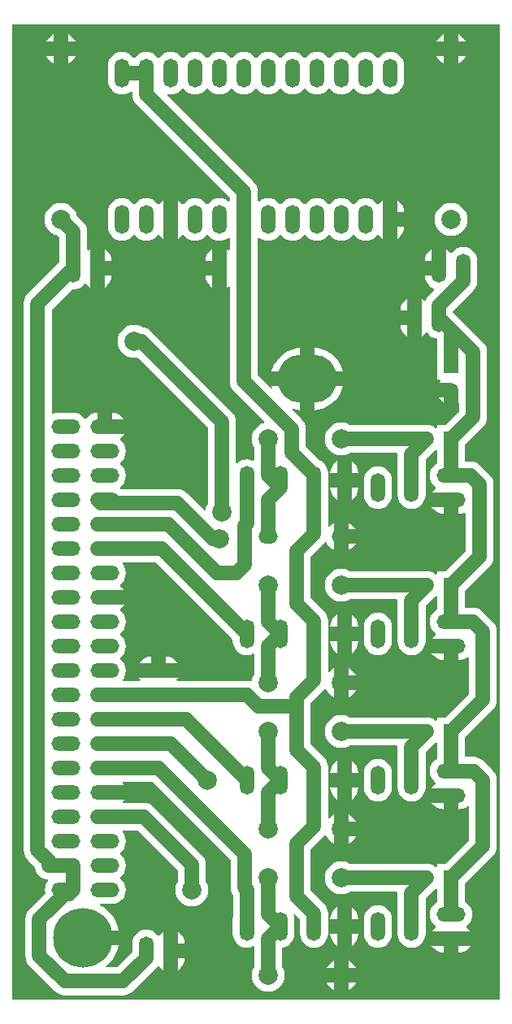
<source format=gbl>
G04*
G04 #@! TF.GenerationSoftware,Altium Limited,Altium Designer,18.1.9 (240)*
G04*
G04 Layer_Physical_Order=2*
G04 Layer_Color=16711680*
%FSLAX25Y25*%
%MOIN*%
G70*
G01*
G75*
%ADD24C,0.05906*%
%ADD25O,0.05906X0.11811*%
%ADD26C,0.05906*%
%ADD27R,0.05906X0.05906*%
%ADD28R,0.05906X0.05906*%
%ADD29O,0.11811X0.05906*%
%ADD30C,0.07874*%
%ADD31O,0.07874X0.05906*%
%ADD32O,0.24409X0.20000*%
%ADD33C,0.24410*%
%ADD34O,0.11811X0.05906*%
G36*
X100000Y100000D02*
X300000D01*
Y500000D01*
X100000D01*
Y100000D01*
D02*
G37*
%LPC*%
G36*
X117047Y496011D02*
Y492953D01*
X113989D01*
X114408Y493736D01*
X115244Y494756D01*
X116264Y495592D01*
X117047Y496011D01*
D02*
G37*
G36*
X277047D02*
Y492953D01*
X273989D01*
X274408Y493736D01*
X275244Y494756D01*
X276264Y495592D01*
X277047Y496011D01*
D02*
G37*
G36*
X122953D02*
X123736Y495592D01*
X124756Y494756D01*
X125592Y493736D01*
X126011Y492953D01*
X122953D01*
Y496011D01*
D02*
G37*
G36*
X282953D02*
X283736Y495592D01*
X284755Y494756D01*
X285592Y493736D01*
X286011Y492953D01*
X282953D01*
Y496011D01*
D02*
G37*
G36*
X145000Y488711D02*
X146490Y488515D01*
X147879Y487939D01*
X149072Y487024D01*
X149685Y486225D01*
X150315D01*
X150928Y487024D01*
X152121Y487939D01*
X153510Y488515D01*
X155000Y488711D01*
X156490Y488515D01*
X157879Y487939D01*
X159072Y487024D01*
X159685Y486225D01*
X160315D01*
X160928Y487024D01*
X162121Y487939D01*
X163510Y488515D01*
X165000Y488711D01*
X166490Y488515D01*
X167879Y487939D01*
X169071Y487024D01*
X169685Y486225D01*
X170315D01*
X170929Y487024D01*
X172121Y487939D01*
X173510Y488515D01*
X175000Y488711D01*
X176490Y488515D01*
X177879Y487939D01*
X179071Y487024D01*
X179685Y486225D01*
X180315D01*
X180929Y487024D01*
X182121Y487939D01*
X183510Y488515D01*
X185000Y488711D01*
X186490Y488515D01*
X187879Y487939D01*
X189072Y487024D01*
X189685Y486225D01*
X190315D01*
X190928Y487024D01*
X192121Y487939D01*
X193510Y488515D01*
X195000Y488711D01*
X196490Y488515D01*
X197879Y487939D01*
X199072Y487024D01*
X199685Y486225D01*
X200315D01*
X200928Y487024D01*
X202121Y487939D01*
X203510Y488515D01*
X205000Y488711D01*
X206490Y488515D01*
X207879Y487939D01*
X209071Y487024D01*
X209685Y486225D01*
X210315D01*
X210929Y487024D01*
X212121Y487939D01*
X213510Y488515D01*
X215000Y488711D01*
X216490Y488515D01*
X217879Y487939D01*
X219072Y487024D01*
X219685Y486225D01*
X220315D01*
X220929Y487024D01*
X222121Y487939D01*
X223510Y488515D01*
X225000Y488711D01*
X226490Y488515D01*
X227879Y487939D01*
X229071Y487024D01*
X229685Y486225D01*
X230315D01*
X230928Y487024D01*
X232121Y487939D01*
X233510Y488515D01*
X235000Y488711D01*
X236490Y488515D01*
X237879Y487939D01*
X239071Y487024D01*
X239685Y486225D01*
X240315D01*
X240929Y487024D01*
X242121Y487939D01*
X243510Y488515D01*
X245000Y488711D01*
X246490Y488515D01*
X247879Y487939D01*
X249072Y487024D01*
X249685Y486225D01*
X250315D01*
X250928Y487024D01*
X252121Y487939D01*
X253510Y488515D01*
X255000Y488711D01*
X256490Y488515D01*
X257879Y487939D01*
X259071Y487024D01*
X259986Y485832D01*
X260562Y484443D01*
X260758Y482953D01*
Y477047D01*
X260562Y475557D01*
X259986Y474168D01*
X259071Y472976D01*
X257879Y472061D01*
X256490Y471486D01*
X255000Y471289D01*
X253510Y471486D01*
X252121Y472061D01*
X250928Y472976D01*
X250315Y473775D01*
X249685D01*
X249072Y472976D01*
X247879Y472061D01*
X246490Y471486D01*
X245000Y471289D01*
X243510Y471486D01*
X242121Y472061D01*
X240929Y472976D01*
X240315Y473775D01*
X239685D01*
X239071Y472976D01*
X237879Y472061D01*
X236490Y471486D01*
X235000Y471289D01*
X233510Y471486D01*
X232121Y472061D01*
X230928Y472976D01*
X230315Y473775D01*
X229685D01*
X229071Y472976D01*
X227879Y472061D01*
X226490Y471486D01*
X225000Y471289D01*
X223510Y471486D01*
X222121Y472061D01*
X220929Y472976D01*
X220315Y473775D01*
X219685D01*
X219072Y472976D01*
X217879Y472061D01*
X216490Y471486D01*
X215000Y471289D01*
X213510Y471486D01*
X212121Y472061D01*
X210929Y472976D01*
X210315Y473775D01*
X209685D01*
X209071Y472976D01*
X207879Y472061D01*
X206490Y471486D01*
X205000Y471289D01*
X203510Y471486D01*
X202121Y472061D01*
X200928Y472976D01*
X200315Y473775D01*
X199685D01*
X199072Y472976D01*
X197879Y472061D01*
X196490Y471486D01*
X195000Y471289D01*
X193510Y471486D01*
X192121Y472061D01*
X190928Y472976D01*
X190315Y473775D01*
X189685D01*
X189072Y472976D01*
X187879Y472061D01*
X186490Y471486D01*
X185000Y471289D01*
X183510Y471486D01*
X182121Y472061D01*
X180929Y472976D01*
X180315Y473775D01*
X179685D01*
X179071Y472976D01*
X177879Y472061D01*
X176490Y471486D01*
X175000Y471289D01*
X173510Y471486D01*
X172121Y472061D01*
X170929Y472976D01*
X170315Y473775D01*
X169685D01*
X169071Y472976D01*
X167879Y472061D01*
X166490Y471486D01*
X165000Y471289D01*
X163732Y471456D01*
X163499Y470983D01*
X199072Y435410D01*
X199987Y434218D01*
X200562Y432829D01*
X200758Y431339D01*
Y427524D01*
X201258Y427277D01*
X202121Y427939D01*
X203510Y428514D01*
X205000Y428711D01*
X206490Y428514D01*
X207879Y427939D01*
X209071Y427024D01*
X209685Y426225D01*
X210315D01*
X210929Y427024D01*
X212121Y427939D01*
X213510Y428514D01*
X215000Y428711D01*
X216490Y428514D01*
X217879Y427939D01*
X219072Y427024D01*
X219685Y426225D01*
X220315D01*
X220929Y427024D01*
X222121Y427939D01*
X223510Y428514D01*
X225000Y428711D01*
X226490Y428514D01*
X227879Y427939D01*
X229071Y427024D01*
X229685Y426225D01*
X230315D01*
X230928Y427024D01*
X232121Y427939D01*
X233510Y428514D01*
X235000Y428711D01*
X236490Y428514D01*
X237879Y427939D01*
X239071Y427024D01*
X239685Y426225D01*
X240315D01*
X240929Y427024D01*
X242121Y427939D01*
X243510Y428514D01*
X245000Y428711D01*
X246490Y428514D01*
X247879Y427939D01*
X249072Y427024D01*
X249685Y426225D01*
X250315D01*
X250928Y427024D01*
X252047Y427883D01*
Y420000D01*
Y412117D01*
X250928Y412976D01*
X250315Y413775D01*
X249685D01*
X249072Y412976D01*
X247879Y412061D01*
X246490Y411485D01*
X245000Y411289D01*
X243510Y411485D01*
X242121Y412061D01*
X240929Y412976D01*
X240315Y413775D01*
X239685D01*
X239071Y412976D01*
X237879Y412061D01*
X236490Y411485D01*
X235000Y411289D01*
X233510Y411485D01*
X232121Y412061D01*
X230928Y412976D01*
X230315Y413775D01*
X229685D01*
X229071Y412976D01*
X227879Y412061D01*
X226490Y411485D01*
X225000Y411289D01*
X223510Y411485D01*
X222121Y412061D01*
X220929Y412976D01*
X220315Y413775D01*
X219685D01*
X219072Y412976D01*
X217879Y412061D01*
X216490Y411485D01*
X215000Y411289D01*
X213510Y411485D01*
X212121Y412061D01*
X210929Y412976D01*
X210315Y413775D01*
X209685D01*
X209071Y412976D01*
X207879Y412061D01*
X206490Y411485D01*
X205000Y411289D01*
X203510Y411485D01*
X202121Y412061D01*
X201258Y412723D01*
X200758Y412476D01*
Y402953D01*
Y400000D01*
Y397047D01*
Y356026D01*
X206228Y350556D01*
X206681Y350810D01*
X206488Y351614D01*
X218150D01*
Y341830D01*
X216896Y341929D01*
X215141Y342351D01*
X214887Y341897D01*
X218717Y338067D01*
X219632Y336874D01*
X220207Y335486D01*
X220404Y333995D01*
Y326849D01*
X226150Y321103D01*
X226659Y320892D01*
X227851Y319977D01*
X228766Y318784D01*
X229341Y317396D01*
X229537Y315905D01*
Y310000D01*
Y294291D01*
X230037Y294143D01*
X231137Y294987D01*
X232047Y295364D01*
Y290000D01*
Y284636D01*
X231137Y285014D01*
X229944Y285929D01*
X229029Y287121D01*
X228852Y287550D01*
X228356Y287615D01*
X227851Y286957D01*
X222451Y281557D01*
Y264802D01*
X227851Y259402D01*
X228766Y258209D01*
X229341Y256821D01*
X229537Y255330D01*
Y252953D01*
Y250000D01*
Y247047D01*
Y234636D01*
X230008Y234468D01*
X230244Y234755D01*
X231264Y235592D01*
X232047Y236011D01*
Y230000D01*
Y223989D01*
X231264Y224408D01*
X230244Y225244D01*
X229408Y226264D01*
X228809Y227384D01*
X228489Y227494D01*
X228291Y227530D01*
X227851Y226957D01*
X222451Y221557D01*
Y220000D01*
Y204802D01*
X227851Y199402D01*
X228766Y198209D01*
X229341Y196821D01*
X229537Y195330D01*
Y192953D01*
Y190000D01*
Y187047D01*
Y174636D01*
X230008Y174468D01*
X230244Y174756D01*
X231264Y175592D01*
X232047Y176011D01*
Y170000D01*
Y163989D01*
X231264Y164408D01*
X230244Y165244D01*
X229408Y166264D01*
X228809Y167384D01*
X228489Y167494D01*
X228291Y167530D01*
X227851Y166957D01*
X222451Y161557D01*
Y144802D01*
X227851Y139402D01*
X228766Y138209D01*
X229341Y136821D01*
X229537Y135330D01*
Y132953D01*
Y130000D01*
Y127047D01*
X229341Y125557D01*
X228766Y124168D01*
X227851Y122976D01*
X226659Y122061D01*
X225270Y121485D01*
X223780Y121289D01*
X222289Y121485D01*
X220901Y122061D01*
X219708Y122976D01*
X218793Y124168D01*
X218218Y125557D01*
X218022Y127047D01*
Y132945D01*
X215805Y135162D01*
X215381Y134879D01*
X215562Y134443D01*
X215758Y132953D01*
Y127047D01*
X215562Y125557D01*
X214986Y124168D01*
X214071Y122976D01*
X212879Y122061D01*
X211490Y121485D01*
X210758Y121389D01*
Y113426D01*
X211213Y112574D01*
X211596Y111312D01*
X211725Y110000D01*
X211596Y108688D01*
X211213Y107426D01*
X210592Y106264D01*
X209755Y105245D01*
X208736Y104408D01*
X207574Y103787D01*
X206312Y103404D01*
X205000Y103275D01*
X203688Y103404D01*
X202426Y103787D01*
X201264Y104408D01*
X200244Y105245D01*
X199408Y106264D01*
X198787Y107426D01*
X198404Y108688D01*
X198275Y110000D01*
X198404Y111312D01*
X198787Y112574D01*
X199242Y113426D01*
Y121579D01*
X198742Y121913D01*
X197711Y121485D01*
X196221Y121289D01*
X194730Y121485D01*
X193342Y122061D01*
X192149Y122976D01*
X191234Y124168D01*
X190659Y125557D01*
X190463Y127047D01*
Y132953D01*
X190581Y133850D01*
Y142848D01*
X190368Y143126D01*
X189793Y144514D01*
X189596Y146005D01*
Y157261D01*
X157615Y189242D01*
X145476D01*
X145230Y188742D01*
X145835Y187953D01*
X137953D01*
Y182047D01*
X145835D01*
X145230Y181258D01*
X145476Y180758D01*
X153995D01*
X155486Y180562D01*
X156874Y179987D01*
X158067Y179071D01*
X177733Y159405D01*
X178648Y158213D01*
X179223Y156824D01*
X179419Y155334D01*
Y148426D01*
X179875Y147574D01*
X180257Y146312D01*
X180387Y145000D01*
X180257Y143688D01*
X179875Y142426D01*
X179253Y141264D01*
X178417Y140244D01*
X177398Y139408D01*
X176235Y138787D01*
X174973Y138404D01*
X173661Y138275D01*
X172349Y138404D01*
X171088Y138787D01*
X169925Y139408D01*
X168906Y140244D01*
X168070Y141264D01*
X167448Y142426D01*
X167065Y143688D01*
X166936Y145000D01*
X167065Y146312D01*
X167448Y147574D01*
X167903Y148426D01*
Y152949D01*
X151610Y169242D01*
X145476D01*
X145230Y168742D01*
X145892Y167879D01*
X146467Y166490D01*
X146663Y165000D01*
X146467Y163510D01*
X145892Y162121D01*
X144977Y160928D01*
X144178Y160315D01*
Y159685D01*
X144977Y159072D01*
X145892Y157879D01*
X146467Y156490D01*
X146663Y155000D01*
X146467Y153510D01*
X145892Y152121D01*
X144977Y150928D01*
X144178Y150315D01*
Y149685D01*
X144977Y149072D01*
X145892Y147879D01*
X146467Y146490D01*
X146663Y145000D01*
X146467Y143510D01*
X145892Y142121D01*
X144977Y140928D01*
X143784Y140014D01*
X142396Y139438D01*
X140905Y139242D01*
X136084D01*
X136042Y139158D01*
X135970Y138742D01*
X137876Y137574D01*
X139667Y136045D01*
X141196Y134254D01*
X142426Y132246D01*
X143327Y130070D01*
X143732Y128386D01*
X129055D01*
Y122480D01*
X143732D01*
X143327Y120796D01*
X142426Y118620D01*
X141196Y116612D01*
X139667Y114822D01*
X138444Y113778D01*
X138629Y113278D01*
X143074D01*
X149242Y119446D01*
Y122953D01*
X149438Y124443D01*
X150013Y125832D01*
X150928Y127024D01*
X152121Y127939D01*
X153510Y128515D01*
X155000Y128711D01*
X156490Y128515D01*
X157879Y127939D01*
X159072Y127024D01*
X159685Y126225D01*
X160315D01*
X160928Y127024D01*
X162047Y127883D01*
Y120000D01*
Y112117D01*
X160928Y112976D01*
X160315Y113775D01*
X159685D01*
X159072Y112976D01*
X159013Y112931D01*
X149530Y103448D01*
X148338Y102533D01*
X146949Y101958D01*
X145459Y101762D01*
X121635D01*
X120145Y101958D01*
X118756Y102533D01*
X117564Y103448D01*
X107070Y113942D01*
X106155Y115134D01*
X105580Y116523D01*
X105384Y118013D01*
Y132853D01*
X105580Y134343D01*
X106155Y135732D01*
X107070Y136925D01*
X113569Y143423D01*
X113533Y143510D01*
X113337Y145000D01*
X113533Y146490D01*
X114108Y147879D01*
X114788Y148766D01*
X114567Y149299D01*
X113510Y149438D01*
X112121Y150013D01*
X110928Y150928D01*
X110013Y152121D01*
X109438Y153510D01*
X109324Y154379D01*
X106362Y157341D01*
X105447Y158533D01*
X104871Y159922D01*
X104675Y161412D01*
Y385433D01*
X104871Y386923D01*
X105447Y388312D01*
X106362Y389505D01*
X119242Y402385D01*
Y412615D01*
X118351Y413506D01*
X117426Y413787D01*
X116264Y414408D01*
X115244Y415244D01*
X114408Y416264D01*
X113787Y417426D01*
X113404Y418688D01*
X113275Y420000D01*
X113404Y421312D01*
X113787Y422574D01*
X114408Y423736D01*
X115244Y424755D01*
X116264Y425592D01*
X117426Y426213D01*
X118688Y426596D01*
X120000Y426725D01*
X121312Y426596D01*
X122574Y426213D01*
X123736Y425592D01*
X124756Y424755D01*
X125592Y423736D01*
X126213Y422574D01*
X126494Y421649D01*
X129071Y419071D01*
X129987Y417879D01*
X130562Y416490D01*
X130758Y415000D01*
Y407523D01*
X131258Y407277D01*
X132047Y407883D01*
Y400000D01*
Y392117D01*
X130929Y392976D01*
X130315Y393775D01*
X129685D01*
X129071Y392976D01*
X127879Y392061D01*
X126490Y391486D01*
X125000Y391289D01*
X124498Y391355D01*
X116191Y383048D01*
Y340517D01*
X116691Y340183D01*
X117604Y340562D01*
X119095Y340758D01*
X125000D01*
X126490Y340562D01*
X127879Y339986D01*
X129071Y339071D01*
X129685Y338272D01*
X130315D01*
X130929Y339071D01*
X132121Y339986D01*
X133510Y340562D01*
X135000Y340758D01*
X135000D01*
Y335000D01*
X137953D01*
Y332047D01*
X145835D01*
X144977Y330928D01*
X144178Y330315D01*
Y329685D01*
X144977Y329071D01*
X145892Y327879D01*
X146467Y326490D01*
X146663Y325000D01*
X146467Y323510D01*
X145892Y322121D01*
X144977Y320929D01*
X144178Y320315D01*
Y319685D01*
X144977Y319072D01*
X145892Y317879D01*
X146467Y316490D01*
X146663Y315000D01*
X146467Y313510D01*
X145892Y312121D01*
X144977Y310929D01*
X144178Y310315D01*
Y309776D01*
X144568Y309419D01*
X167588D01*
X169078Y309223D01*
X170467Y308648D01*
X171659Y307733D01*
X178872Y300520D01*
X179342Y300689D01*
X179404Y301312D01*
X179787Y302574D01*
X180242Y303426D01*
Y334615D01*
X151420Y363437D01*
X151312Y363404D01*
X150000Y363275D01*
X148688Y363404D01*
X147426Y363787D01*
X146264Y364408D01*
X145245Y365245D01*
X144408Y366264D01*
X143787Y367426D01*
X143404Y368688D01*
X143275Y370000D01*
X143404Y371312D01*
X143787Y372574D01*
X144408Y373736D01*
X145245Y374756D01*
X146264Y375592D01*
X147426Y376213D01*
X148688Y376596D01*
X150000Y376725D01*
X151312Y376596D01*
X152574Y376213D01*
X153565Y375684D01*
X154490Y375562D01*
X155879Y374987D01*
X157071Y374072D01*
X190071Y341072D01*
X190987Y339879D01*
X191562Y338490D01*
X191758Y337000D01*
Y320223D01*
X192258Y320061D01*
X193342Y320892D01*
X194730Y321467D01*
X196221Y321663D01*
X197711Y321467D01*
X198742Y321040D01*
X199242Y321374D01*
Y326574D01*
X198787Y327426D01*
X198404Y328688D01*
X198275Y330000D01*
X198404Y331312D01*
X198787Y332574D01*
X199408Y333736D01*
X200244Y334755D01*
X201264Y335592D01*
X202426Y336213D01*
X203310Y336481D01*
X203451Y337047D01*
X190928Y349570D01*
X190014Y350762D01*
X189438Y352151D01*
X189242Y353641D01*
Y392477D01*
X188742Y392723D01*
X187953Y392117D01*
Y400000D01*
Y407883D01*
X188742Y407277D01*
X189242Y407523D01*
Y412476D01*
X188742Y412723D01*
X187879Y412061D01*
X186490Y411485D01*
X185000Y411289D01*
X183510Y411485D01*
X182121Y412061D01*
X180929Y412976D01*
X180315Y413775D01*
X179685D01*
X179071Y412976D01*
X177879Y412061D01*
X176490Y411485D01*
X175000Y411289D01*
X173510Y411485D01*
X172121Y412061D01*
X170929Y412976D01*
X170315Y413775D01*
X169685D01*
X169071Y412976D01*
X167953Y412117D01*
Y420000D01*
Y427883D01*
X169071Y427024D01*
X169685Y426225D01*
X170315D01*
X170929Y427024D01*
X172121Y427939D01*
X173510Y428514D01*
X175000Y428711D01*
X176490Y428514D01*
X177879Y427939D01*
X179071Y427024D01*
X179685Y426225D01*
X180315D01*
X180929Y427024D01*
X182121Y427939D01*
X183510Y428514D01*
X185000Y428711D01*
X186490Y428514D01*
X187879Y427939D01*
X188742Y427277D01*
X189242Y427524D01*
Y428954D01*
X150928Y467267D01*
X150013Y468460D01*
X149438Y469848D01*
X149242Y471339D01*
Y472476D01*
X148742Y472723D01*
X147879Y472061D01*
X146490Y471486D01*
X145000Y471289D01*
X143510Y471486D01*
X142121Y472061D01*
X140928Y472976D01*
X140014Y474168D01*
X139438Y475557D01*
X139242Y477047D01*
Y482953D01*
X139438Y484443D01*
X140014Y485832D01*
X140928Y487024D01*
X142121Y487939D01*
X143510Y488515D01*
X145000Y488711D01*
D02*
G37*
G36*
X113989Y487047D02*
X117047D01*
Y483989D01*
X116264Y484408D01*
X115244Y485245D01*
X114408Y486264D01*
X113989Y487047D01*
D02*
G37*
G36*
X273989D02*
X277047D01*
Y483989D01*
X276264Y484408D01*
X275244Y485245D01*
X274408Y486264D01*
X273989Y487047D01*
D02*
G37*
G36*
X122953D02*
X126011D01*
X125592Y486264D01*
X124756Y485245D01*
X123736Y484408D01*
X122953Y483989D01*
Y487047D01*
D02*
G37*
G36*
X282953D02*
X286011D01*
X285592Y486264D01*
X284755Y485245D01*
X283736Y484408D01*
X282953Y483989D01*
Y487047D01*
D02*
G37*
G36*
X145000Y428711D02*
X146490Y428514D01*
X147879Y427939D01*
X149072Y427024D01*
X149685Y426225D01*
X150315D01*
X150928Y427024D01*
X152121Y427939D01*
X153510Y428514D01*
X155000Y428711D01*
X156490Y428514D01*
X157879Y427939D01*
X159072Y427024D01*
X159685Y426225D01*
X160315D01*
X160928Y427024D01*
X162047Y427883D01*
Y420000D01*
Y412117D01*
X160928Y412976D01*
X160315Y413775D01*
X159685D01*
X159072Y412976D01*
X157879Y412061D01*
X156490Y411485D01*
X155000Y411289D01*
X153510Y411485D01*
X152121Y412061D01*
X150928Y412976D01*
X150315Y413775D01*
X149685D01*
X149072Y412976D01*
X147879Y412061D01*
X146490Y411485D01*
X145000Y411289D01*
X143510Y411485D01*
X142121Y412061D01*
X140928Y412976D01*
X140014Y414168D01*
X139438Y415557D01*
X139242Y417047D01*
Y422953D01*
X139438Y424443D01*
X140014Y425832D01*
X140928Y427024D01*
X142121Y427939D01*
X143510Y428514D01*
X145000Y428711D01*
D02*
G37*
G36*
X257953Y427883D02*
X259071Y427024D01*
X259986Y425832D01*
X260562Y424443D01*
X260758Y422953D01*
Y422953D01*
X257953D01*
Y427883D01*
D02*
G37*
G36*
X280000Y426725D02*
X281312Y426596D01*
X282574Y426213D01*
X283736Y425592D01*
X284755Y424755D01*
X285592Y423736D01*
X286213Y422574D01*
X286596Y421312D01*
X286725Y420000D01*
X286596Y418688D01*
X286213Y417426D01*
X285592Y416264D01*
X284755Y415244D01*
X283736Y414408D01*
X282574Y413787D01*
X281312Y413404D01*
X280000Y413275D01*
X278688Y413404D01*
X277426Y413787D01*
X276264Y414408D01*
X275244Y415244D01*
X274408Y416264D01*
X273787Y417426D01*
X273404Y418688D01*
X273275Y420000D01*
X273404Y421312D01*
X273787Y422574D01*
X274408Y423736D01*
X275244Y424755D01*
X276264Y425592D01*
X277426Y426213D01*
X278688Y426596D01*
X280000Y426725D01*
D02*
G37*
G36*
X257953Y417047D02*
X260758D01*
Y417047D01*
X260562Y415557D01*
X259986Y414168D01*
X259071Y412976D01*
X257953Y412117D01*
Y417047D01*
D02*
G37*
G36*
X182047Y407883D02*
Y402953D01*
X179242D01*
Y402953D01*
X179438Y404443D01*
X180014Y405832D01*
X180929Y407024D01*
X182047Y407883D01*
D02*
G37*
G36*
X272047D02*
Y402953D01*
X269242D01*
Y402953D01*
X269438Y404443D01*
X270013Y405832D01*
X270929Y407024D01*
X272047Y407883D01*
D02*
G37*
G36*
X137953D02*
X139072Y407024D01*
X139987Y405832D01*
X140562Y404443D01*
X140758Y402953D01*
Y402953D01*
X137953D01*
Y407883D01*
D02*
G37*
G36*
X179242Y397047D02*
X182047D01*
Y392117D01*
X180929Y392976D01*
X180014Y394168D01*
X179438Y395557D01*
X179242Y397047D01*
Y397047D01*
D02*
G37*
G36*
X137953D02*
X140758D01*
Y397047D01*
X140562Y395557D01*
X139987Y394168D01*
X139072Y392976D01*
X137953Y392117D01*
Y397047D01*
D02*
G37*
G36*
X262047Y387607D02*
Y382677D01*
X259242D01*
Y382677D01*
X259438Y384167D01*
X260014Y385556D01*
X260929Y386749D01*
X262047Y387607D01*
D02*
G37*
G36*
X259242Y376772D02*
X262047D01*
Y371842D01*
X260929Y372700D01*
X260014Y373893D01*
X259438Y375281D01*
X259242Y376772D01*
D02*
G37*
G36*
X285000Y408711D02*
X286490Y408514D01*
X287879Y407939D01*
X289071Y407024D01*
X289986Y405832D01*
X290562Y404443D01*
X290758Y402953D01*
Y400000D01*
Y397047D01*
Y394798D01*
X290562Y393308D01*
X289986Y391919D01*
X289071Y390727D01*
X280758Y382413D01*
Y382109D01*
X284071Y378796D01*
X284071Y378796D01*
X293072Y369796D01*
X293987Y368603D01*
X294562Y367215D01*
X294758Y365724D01*
Y339000D01*
X294562Y337510D01*
X293987Y336121D01*
X293072Y334928D01*
X285758Y327615D01*
Y320758D01*
X288000D01*
X289490Y320562D01*
X290879Y319987D01*
X292072Y319072D01*
X295686Y315457D01*
X296601Y314265D01*
X297176Y312876D01*
X297372Y311386D01*
Y281614D01*
X297176Y280124D01*
X296601Y278735D01*
X295686Y277543D01*
X285758Y267615D01*
Y260758D01*
X289000D01*
X290490Y260562D01*
X291879Y259986D01*
X293072Y259071D01*
X297072Y255071D01*
X297987Y253879D01*
X298562Y252490D01*
X298758Y251000D01*
Y223000D01*
X298562Y221510D01*
X297987Y220121D01*
X297072Y218929D01*
X285758Y207615D01*
Y199537D01*
X289220D01*
X290711Y199341D01*
X292099Y198766D01*
X293292Y197851D01*
X297072Y194071D01*
X297987Y192879D01*
X298562Y191490D01*
X298758Y190000D01*
Y163000D01*
X298562Y161510D01*
X297987Y160121D01*
X297072Y158929D01*
X285758Y147615D01*
Y140017D01*
X285832Y139987D01*
X287024Y139072D01*
X287939Y137879D01*
X288514Y136490D01*
X288711Y135000D01*
X288514Y133510D01*
X287939Y132121D01*
X287024Y130929D01*
X286225Y130315D01*
Y129685D01*
X287024Y129071D01*
X287883Y127953D01*
X280000D01*
X272117D01*
X272976Y129071D01*
X273775Y129685D01*
Y130315D01*
X272976Y130929D01*
X272061Y132121D01*
X271485Y133510D01*
X271289Y135000D01*
X271485Y136490D01*
X272061Y137879D01*
X272976Y139072D01*
X274168Y139987D01*
X274242Y140017D01*
Y145392D01*
X273742Y145599D01*
X269537Y141394D01*
Y132953D01*
Y130000D01*
Y127047D01*
X269341Y125557D01*
X268766Y124168D01*
X267851Y122976D01*
X266658Y122061D01*
X265270Y121485D01*
X263779Y121289D01*
X262289Y121485D01*
X260901Y122061D01*
X259708Y122976D01*
X258793Y124168D01*
X258218Y125557D01*
X258022Y127047D01*
Y132953D01*
Y143780D01*
X258033Y143866D01*
X257703Y144242D01*
X238426D01*
X237574Y143787D01*
X236312Y143404D01*
X235000Y143275D01*
X233688Y143404D01*
X232426Y143787D01*
X231264Y144408D01*
X230244Y145245D01*
X229408Y146264D01*
X228787Y147426D01*
X228404Y148688D01*
X228275Y150000D01*
X228404Y151312D01*
X228787Y152574D01*
X229408Y153736D01*
X230244Y154755D01*
X231264Y155592D01*
X232426Y156213D01*
X233688Y156596D01*
X235000Y156725D01*
X236312Y156596D01*
X237574Y156213D01*
X238426Y155758D01*
X270000D01*
X271490Y155562D01*
X272879Y154987D01*
X273791Y154286D01*
X274291Y154533D01*
Y155709D01*
X277566D01*
X287242Y165385D01*
Y179245D01*
X286742Y179492D01*
X285832Y178793D01*
X284443Y178218D01*
X282953Y178022D01*
D01*
Y183780D01*
X280000D01*
Y186732D01*
X272117D01*
X272976Y187851D01*
X273775Y188464D01*
Y189095D01*
X272976Y189708D01*
X272061Y190901D01*
X271485Y192289D01*
X271289Y193780D01*
X271485Y195270D01*
X272061Y196659D01*
X272976Y197851D01*
X274168Y198766D01*
X274242Y198797D01*
Y205392D01*
X273742Y205599D01*
X269537Y201395D01*
Y192953D01*
Y190000D01*
Y187047D01*
X269341Y185557D01*
X268766Y184168D01*
X267851Y182976D01*
X266658Y182061D01*
X265270Y181485D01*
X263779Y181289D01*
X262289Y181485D01*
X260901Y182061D01*
X259708Y182976D01*
X258793Y184168D01*
X258218Y185557D01*
X258022Y187047D01*
Y192953D01*
Y203780D01*
X258033Y203866D01*
X257703Y204242D01*
X238426D01*
X237574Y203787D01*
X236312Y203404D01*
X235000Y203275D01*
X233688Y203404D01*
X232426Y203787D01*
X231264Y204408D01*
X230244Y205244D01*
X229408Y206264D01*
X228787Y207426D01*
X228404Y208688D01*
X228275Y210000D01*
X228404Y211312D01*
X228787Y212574D01*
X229408Y213736D01*
X230244Y214756D01*
X231264Y215592D01*
X232426Y216213D01*
X233688Y216596D01*
X235000Y216725D01*
X236312Y216596D01*
X237574Y216213D01*
X238426Y215758D01*
X270000D01*
X271490Y215562D01*
X272879Y214986D01*
X273791Y214286D01*
X274291Y214533D01*
Y215709D01*
X277566D01*
X287242Y225385D01*
Y240465D01*
X286742Y240712D01*
X285832Y240014D01*
X284443Y239438D01*
X282953Y239242D01*
X282953D01*
Y245000D01*
X280000D01*
Y247953D01*
X272117D01*
X272976Y249072D01*
X273775Y249685D01*
Y250315D01*
X272976Y250928D01*
X272061Y252121D01*
X271485Y253510D01*
X271289Y255000D01*
X271485Y256490D01*
X272061Y257879D01*
X272976Y259071D01*
X274168Y259986D01*
X274242Y260017D01*
Y265392D01*
X273742Y265599D01*
X269537Y261395D01*
Y252953D01*
Y250000D01*
Y247047D01*
X269341Y245557D01*
X268766Y244168D01*
X267851Y242976D01*
X266658Y242061D01*
X265270Y241486D01*
X263779Y241289D01*
X262289Y241486D01*
X260901Y242061D01*
X259708Y242976D01*
X258793Y244168D01*
X258218Y245557D01*
X258022Y247047D01*
Y252953D01*
Y263779D01*
X258033Y263866D01*
X257703Y264242D01*
X238426D01*
X237574Y263787D01*
X236312Y263404D01*
X235000Y263275D01*
X233688Y263404D01*
X232426Y263787D01*
X231264Y264408D01*
X230244Y265245D01*
X229408Y266264D01*
X228787Y267426D01*
X228404Y268688D01*
X228275Y270000D01*
X228404Y271312D01*
X228787Y272574D01*
X229408Y273736D01*
X230244Y274756D01*
X231264Y275592D01*
X232426Y276213D01*
X233688Y276596D01*
X235000Y276725D01*
X236312Y276596D01*
X237574Y276213D01*
X238426Y275758D01*
X270000D01*
X271490Y275562D01*
X272879Y274987D01*
X273791Y274286D01*
X274291Y274533D01*
Y275709D01*
X277566D01*
X285856Y283999D01*
Y299482D01*
X285356Y299817D01*
X284443Y299438D01*
X282953Y299242D01*
X282953D01*
Y305000D01*
X280000D01*
Y307953D01*
X272117D01*
X272976Y309071D01*
X273775Y309685D01*
Y310315D01*
X272976Y310929D01*
X272061Y312121D01*
X271485Y313510D01*
X271289Y315000D01*
X271485Y316490D01*
X272061Y317879D01*
X272976Y319072D01*
X274168Y319987D01*
X274242Y320017D01*
Y325392D01*
X273742Y325599D01*
X269537Y321394D01*
Y312953D01*
Y310000D01*
Y307047D01*
X269341Y305557D01*
X268766Y304168D01*
X267851Y302976D01*
X266658Y302061D01*
X265270Y301485D01*
X263779Y301289D01*
X262289Y301485D01*
X260901Y302061D01*
X259708Y302976D01*
X258793Y304168D01*
X258218Y305557D01*
X258022Y307047D01*
Y312953D01*
Y323780D01*
X258033Y323866D01*
X257703Y324242D01*
X238426D01*
X237574Y323787D01*
X236312Y323404D01*
X235000Y323275D01*
X233688Y323404D01*
X232426Y323787D01*
X231264Y324408D01*
X230244Y325244D01*
X229408Y326264D01*
X228787Y327426D01*
X228404Y328688D01*
X228275Y330000D01*
X228404Y331312D01*
X228787Y332574D01*
X229408Y333736D01*
X230244Y334755D01*
X231264Y335592D01*
X232426Y336213D01*
X233688Y336596D01*
X235000Y336725D01*
X236312Y336596D01*
X237574Y336213D01*
X238426Y335758D01*
X270000D01*
X271490Y335562D01*
X272879Y334986D01*
X273791Y334286D01*
X274291Y334533D01*
Y335709D01*
X277566D01*
X283242Y341385D01*
Y344723D01*
X282953Y344858D01*
Y350000D01*
X280000D01*
Y352953D01*
X275070D01*
X275714Y353791D01*
X275467Y354291D01*
X274291D01*
Y359626D01*
X274242Y360000D01*
Y371113D01*
X273510Y371210D01*
X272121Y371785D01*
X270929Y372700D01*
X270315Y373500D01*
X269685D01*
X269072Y372700D01*
X267953Y371842D01*
Y379724D01*
Y387607D01*
X269072Y386749D01*
X269082Y386735D01*
X269654Y386810D01*
X270013Y387677D01*
X270929Y388870D01*
X273152Y391093D01*
X273034Y391683D01*
X272121Y392061D01*
X270929Y392976D01*
X270013Y394168D01*
X269438Y395557D01*
X269242Y397047D01*
Y397047D01*
X275000D01*
Y400000D01*
X277953D01*
Y407883D01*
X279071Y407024D01*
X279685Y406225D01*
X280315D01*
X280928Y407024D01*
X282121Y407939D01*
X283510Y408514D01*
X285000Y408711D01*
D02*
G37*
G36*
X218150Y367303D02*
Y357520D01*
X206488D01*
X206729Y358521D01*
X207497Y360376D01*
X208546Y362088D01*
X209850Y363615D01*
X211377Y364919D01*
X213089Y365968D01*
X214944Y366736D01*
X216896Y367205D01*
X218150Y367303D01*
D02*
G37*
G36*
X224055D02*
X225309Y367205D01*
X227261Y366736D01*
X229116Y365968D01*
X230828Y364919D01*
X232355Y363615D01*
X233659Y362088D01*
X234708Y360376D01*
X235476Y358521D01*
X235717Y357520D01*
X224055D01*
Y367303D01*
D02*
G37*
G36*
X275070Y347047D02*
X277047D01*
Y345070D01*
X275928Y345929D01*
X275070Y347047D01*
D02*
G37*
G36*
X224055Y351614D02*
X235717D01*
X235476Y350613D01*
X234708Y348758D01*
X233659Y347046D01*
X232355Y345519D01*
X230828Y344215D01*
X229116Y343166D01*
X227261Y342398D01*
X225309Y341929D01*
X224055Y341830D01*
Y351614D01*
D02*
G37*
G36*
X140905Y340758D02*
X140905D01*
X142396Y340562D01*
X143784Y339986D01*
X144977Y339071D01*
X145835Y337953D01*
X140905D01*
Y340758D01*
D02*
G37*
G36*
X233268Y320835D02*
Y315905D01*
X230463D01*
Y315905D01*
X230659Y317396D01*
X231234Y318784D01*
X232149Y319977D01*
X233268Y320835D01*
D02*
G37*
G36*
X239173D02*
X240292Y319977D01*
X241207Y318784D01*
X241782Y317396D01*
X241978Y315905D01*
Y315905D01*
X239173D01*
Y320835D01*
D02*
G37*
G36*
X230463Y310000D02*
X233268D01*
Y305070D01*
X232149Y305928D01*
X231234Y307121D01*
X230659Y308510D01*
X230463Y310000D01*
Y310000D01*
D02*
G37*
G36*
X239173D02*
X241978D01*
Y310000D01*
X241782Y308510D01*
X241207Y307121D01*
X240292Y305928D01*
X239173Y305070D01*
Y310000D01*
D02*
G37*
G36*
X250000Y318711D02*
X251490Y318514D01*
X252879Y317939D01*
X254071Y317024D01*
X254987Y315832D01*
X255562Y314443D01*
X255758Y312953D01*
Y307047D01*
X255562Y305557D01*
X254987Y304168D01*
X254071Y302976D01*
X252879Y302061D01*
X251490Y301485D01*
X250000Y301289D01*
X248510Y301485D01*
X247121Y302061D01*
X245929Y302976D01*
X245013Y304168D01*
X244438Y305557D01*
X244242Y307047D01*
Y312953D01*
X244438Y314443D01*
X245013Y315832D01*
X245929Y317024D01*
X247121Y317939D01*
X248510Y318514D01*
X250000Y318711D01*
D02*
G37*
G36*
X272117Y302047D02*
X277047D01*
Y299242D01*
X277047D01*
X275557Y299438D01*
X274168Y300013D01*
X272976Y300928D01*
X272117Y302047D01*
D02*
G37*
G36*
X237953Y295364D02*
X238863Y294987D01*
X240056Y294072D01*
X240914Y292953D01*
X237953D01*
Y295364D01*
D02*
G37*
G36*
Y287047D02*
X240914D01*
X240056Y285929D01*
X238863Y285014D01*
X237953Y284636D01*
Y287047D01*
D02*
G37*
G36*
X233268Y257883D02*
Y252953D01*
X230463D01*
Y252953D01*
X230659Y254443D01*
X231234Y255832D01*
X232149Y257024D01*
X233268Y257883D01*
D02*
G37*
G36*
X239173D02*
X240292Y257024D01*
X241207Y255832D01*
X241782Y254443D01*
X241978Y252953D01*
Y252953D01*
X239173D01*
Y257883D01*
D02*
G37*
G36*
X230463Y247047D02*
X233268D01*
Y242117D01*
X232149Y242976D01*
X231234Y244168D01*
X230659Y245557D01*
X230463Y247047D01*
Y247047D01*
D02*
G37*
G36*
X239173D02*
X241978D01*
Y247047D01*
X241782Y245557D01*
X241207Y244168D01*
X240292Y242976D01*
X239173Y242117D01*
Y247047D01*
D02*
G37*
G36*
X250000Y258711D02*
X251490Y258514D01*
X252879Y257939D01*
X254071Y257024D01*
X254987Y255832D01*
X255562Y254443D01*
X255758Y252953D01*
Y247047D01*
X255562Y245557D01*
X254987Y244168D01*
X254071Y242976D01*
X252879Y242061D01*
X251490Y241486D01*
X250000Y241289D01*
X248510Y241486D01*
X247121Y242061D01*
X245929Y242976D01*
X245013Y244168D01*
X244438Y245557D01*
X244242Y247047D01*
Y252953D01*
X244438Y254443D01*
X245013Y255832D01*
X245929Y257024D01*
X247121Y257939D01*
X248510Y258514D01*
X250000Y258711D01*
D02*
G37*
G36*
X272117Y242047D02*
X277047D01*
Y239242D01*
X277047D01*
X275557Y239438D01*
X274168Y240014D01*
X272976Y240929D01*
X272117Y242047D01*
D02*
G37*
G36*
X237953Y236011D02*
X238736Y235592D01*
X239756Y234755D01*
X240592Y233736D01*
X241011Y232953D01*
X237953D01*
Y236011D01*
D02*
G37*
G36*
Y227047D02*
X241011D01*
X240592Y226264D01*
X239756Y225244D01*
X238736Y224408D01*
X237953Y223989D01*
Y227047D01*
D02*
G37*
G36*
X233268Y197883D02*
Y192953D01*
X230463D01*
Y192953D01*
X230659Y194443D01*
X231234Y195832D01*
X232149Y197024D01*
X233268Y197883D01*
D02*
G37*
G36*
X239173D02*
X240292Y197024D01*
X241207Y195832D01*
X241782Y194443D01*
X241978Y192953D01*
Y192953D01*
X239173D01*
Y197883D01*
D02*
G37*
G36*
X230463Y187047D02*
X233268D01*
Y182117D01*
X232149Y182976D01*
X231234Y184168D01*
X230659Y185557D01*
X230463Y187047D01*
Y187047D01*
D02*
G37*
G36*
X239173D02*
X241978D01*
Y187047D01*
X241782Y185557D01*
X241207Y184168D01*
X240292Y182976D01*
X239173Y182117D01*
Y187047D01*
D02*
G37*
G36*
X250000Y198711D02*
X251490Y198514D01*
X252879Y197939D01*
X254071Y197024D01*
X254987Y195832D01*
X255562Y194443D01*
X255758Y192953D01*
Y187047D01*
X255562Y185557D01*
X254987Y184168D01*
X254071Y182976D01*
X252879Y182061D01*
X251490Y181485D01*
X250000Y181289D01*
X248510Y181485D01*
X247121Y182061D01*
X245929Y182976D01*
X245013Y184168D01*
X244438Y185557D01*
X244242Y187047D01*
Y192953D01*
X244438Y194443D01*
X245013Y195832D01*
X245929Y197024D01*
X247121Y197939D01*
X248510Y198514D01*
X250000Y198711D01*
D02*
G37*
G36*
X272117Y180827D02*
X277047D01*
Y178022D01*
X277047D01*
X275557Y178218D01*
X274168Y178793D01*
X272976Y179708D01*
X272117Y180827D01*
D02*
G37*
G36*
X237953Y176011D02*
X238736Y175592D01*
X239756Y174756D01*
X240592Y173736D01*
X241011Y172953D01*
X237953D01*
Y176011D01*
D02*
G37*
G36*
Y167047D02*
X241011D01*
X240592Y166264D01*
X239756Y165244D01*
X238736Y164408D01*
X237953Y163989D01*
Y167047D01*
D02*
G37*
G36*
X233268Y137883D02*
Y132953D01*
X230463D01*
Y132953D01*
X230659Y134443D01*
X231234Y135832D01*
X232149Y137024D01*
X233268Y137883D01*
D02*
G37*
G36*
X239173D02*
X240292Y137024D01*
X241207Y135832D01*
X241782Y134443D01*
X241978Y132953D01*
Y132953D01*
X239173D01*
Y137883D01*
D02*
G37*
G36*
X167953Y127883D02*
X169071Y127024D01*
X169986Y125832D01*
X170562Y124443D01*
X170758Y122953D01*
Y122953D01*
X167953D01*
Y127883D01*
D02*
G37*
G36*
X230463Y127047D02*
X233268D01*
Y122117D01*
X232149Y122976D01*
X231234Y124168D01*
X230659Y125557D01*
X230463Y127047D01*
Y127047D01*
D02*
G37*
G36*
X239173D02*
X241978D01*
Y127047D01*
X241782Y125557D01*
X241207Y124168D01*
X240292Y122976D01*
X239173Y122117D01*
Y127047D01*
D02*
G37*
G36*
X250000Y138711D02*
X251490Y138514D01*
X252879Y137939D01*
X254071Y137024D01*
X254987Y135832D01*
X255562Y134443D01*
X255758Y132953D01*
Y127047D01*
X255562Y125557D01*
X254987Y124168D01*
X254071Y122976D01*
X252879Y122061D01*
X251490Y121485D01*
X250000Y121289D01*
X248510Y121485D01*
X247121Y122061D01*
X245929Y122976D01*
X245013Y124168D01*
X244438Y125557D01*
X244242Y127047D01*
Y132953D01*
X244438Y134443D01*
X245013Y135832D01*
X245929Y137024D01*
X247121Y137939D01*
X248510Y138514D01*
X250000Y138711D01*
D02*
G37*
G36*
X272117Y122047D02*
X277047D01*
Y119242D01*
X277047D01*
X275557Y119438D01*
X274168Y120013D01*
X272976Y120929D01*
X272117Y122047D01*
D02*
G37*
G36*
X282953D02*
X287883D01*
X287024Y120929D01*
X285832Y120013D01*
X284443Y119438D01*
X282953Y119242D01*
X282953D01*
Y122047D01*
D02*
G37*
G36*
X232047Y116011D02*
Y112953D01*
X228989D01*
X229408Y113736D01*
X230244Y114755D01*
X231264Y115592D01*
X232047Y116011D01*
D02*
G37*
G36*
X237953D02*
X238736Y115592D01*
X239756Y114755D01*
X240592Y113736D01*
X241011Y112953D01*
X237953D01*
Y116011D01*
D02*
G37*
G36*
X167953Y117047D02*
X170758D01*
Y117047D01*
X170562Y115557D01*
X169986Y114168D01*
X169071Y112976D01*
X167953Y112117D01*
Y117047D01*
D02*
G37*
G36*
X228989Y107047D02*
X232047D01*
Y103989D01*
X231264Y104408D01*
X230244Y105245D01*
X229408Y106264D01*
X228989Y107047D01*
D02*
G37*
G36*
X237953D02*
X241011D01*
X240592Y106264D01*
X239756Y105245D01*
X238736Y104408D01*
X237953Y103989D01*
Y107047D01*
D02*
G37*
%LPD*%
G36*
X145230Y278742D02*
X145892Y277879D01*
X146467Y276490D01*
X146663Y275000D01*
X146467Y273510D01*
X145892Y272121D01*
X144977Y270929D01*
X144178Y270315D01*
Y269685D01*
X144977Y269072D01*
X145835Y267953D01*
X137953D01*
Y262047D01*
X145835D01*
X144977Y260929D01*
X144178Y260315D01*
Y259685D01*
X144977Y259071D01*
X145892Y257879D01*
X146467Y256490D01*
X146663Y255000D01*
X146467Y253510D01*
X145892Y252121D01*
X144977Y250928D01*
X144178Y250315D01*
Y249685D01*
X144977Y249072D01*
X145892Y247879D01*
X146467Y246490D01*
X146663Y245000D01*
X146467Y243510D01*
X145892Y242121D01*
X144977Y240929D01*
X144178Y240315D01*
Y239685D01*
X144977Y239071D01*
X145892Y237879D01*
X146467Y236490D01*
X146663Y235000D01*
X146467Y233510D01*
X145892Y232121D01*
X145230Y231258D01*
X145476Y230758D01*
X152477D01*
X152723Y231258D01*
X152117Y232047D01*
X160000D01*
X167883D01*
X167277Y231258D01*
X167524Y230758D01*
X196359D01*
X197828Y230564D01*
X197975Y230562D01*
X198352Y230788D01*
X198404Y231312D01*
X198787Y232574D01*
X199242Y233426D01*
Y241579D01*
X198742Y241913D01*
X197711Y241486D01*
X196221Y241289D01*
X194730Y241486D01*
X193342Y242061D01*
X192149Y242976D01*
X191234Y244168D01*
X190659Y245557D01*
X190463Y247047D01*
Y247615D01*
X158835Y279242D01*
X145476D01*
X145230Y278742D01*
D02*
G37*
%LPC*%
G36*
X157047Y240758D02*
X157047D01*
Y237953D01*
X152117D01*
X152976Y239071D01*
X154168Y239986D01*
X155557Y240562D01*
X157047Y240758D01*
D02*
G37*
G36*
X162953D02*
X162953D01*
X164443Y240562D01*
X165832Y239986D01*
X167024Y239071D01*
X167883Y237953D01*
X162953D01*
Y240758D01*
D02*
G37*
%LPD*%
D24*
X115000Y155000D02*
Y156845D01*
X145459Y107520D02*
X121635D01*
X155000Y117061D02*
X145459Y107520D01*
X155000Y117061D02*
Y120000D01*
X173661Y145000D02*
Y155334D01*
X196221Y295320D02*
Y310000D01*
Y295320D02*
X195354Y294454D01*
X153000Y370000D02*
X150000D01*
X186000Y337000D02*
X153000Y370000D01*
X186000Y300000D02*
Y337000D01*
X210000Y310000D02*
X205000Y305000D01*
Y290000D02*
Y305000D01*
X161221Y285000D02*
X135000D01*
X196221Y250000D02*
X161221Y285000D01*
X136339Y303661D02*
X135000Y305000D01*
X167588Y303661D02*
X136339D01*
X182249Y289000D02*
X167588Y303661D01*
X185000Y289000D02*
X182249D01*
X164000Y295000D02*
X135000D01*
X195354Y278354D02*
Y294454D01*
Y278354D02*
X192000Y275000D01*
X184000D01*
X164000Y295000D01*
X180000Y190000D02*
X165000Y205000D01*
X135000D01*
X195354Y146005D02*
Y159646D01*
X160000Y195000D01*
X135000D01*
X153995Y175000D02*
X135000D01*
X173661Y155334D02*
X153995Y175000D01*
X196339Y130118D02*
Y145020D01*
Y130118D02*
X196221Y130000D01*
X196339Y145020D02*
X195354Y146005D01*
X285000Y394798D02*
Y400000D01*
Y394798D02*
X275000Y384798D01*
Y379724D02*
Y384798D01*
X280000Y374724D02*
X275000Y379724D01*
X289000Y365724D02*
X280000Y374724D01*
X289000Y339000D02*
Y365724D01*
Y339000D02*
X280000Y330000D01*
Y360000D02*
Y374724D01*
X195000Y400000D02*
Y420000D01*
Y353641D02*
Y400000D01*
Y431339D02*
X155000Y471339D01*
Y480000D01*
X125000Y145000D02*
Y155000D01*
X201005Y220354D02*
X196359Y225000D01*
X160000D02*
X135000D01*
X216693Y220000D02*
X216339Y220354D01*
X196359Y225000D02*
X160000D01*
X216693Y202417D02*
Y220000D01*
Y223942D01*
X216339Y220354D02*
X201005D01*
X125000Y400000D02*
Y415000D01*
Y400000D02*
X110433Y385433D01*
X115000Y156845D02*
X110433Y161412D01*
Y385433D01*
X125000Y415000D02*
X120000Y420000D01*
X293000Y190000D02*
X289220Y193780D01*
X293000Y163000D02*
Y190000D01*
Y163000D02*
X280000Y150000D01*
X195000Y420000D02*
Y431339D01*
X196221Y190000D02*
X171221Y215000D01*
X135000D01*
X293000Y251000D02*
X289000Y255000D01*
X289220Y193780D02*
X280000D01*
X291614Y311386D02*
X288000Y315000D01*
X291614Y281614D02*
X280000Y270000D01*
X288000Y315000D02*
X280000D01*
X291614Y281614D02*
Y311386D01*
X289000Y255000D02*
X280000D01*
X293000Y223000D02*
Y251000D01*
Y223000D02*
X280000Y210000D01*
X111142Y118013D02*
Y132853D01*
X125000Y145000D02*
X123346Y143347D01*
X121635D01*
X111142Y132853D01*
X223780Y231029D02*
X216693Y223942D01*
Y262417D02*
Y283942D01*
X223780Y231029D02*
Y250000D01*
X216693Y142417D02*
Y163942D01*
X155000Y480000D02*
X145000D01*
X223780Y255330D02*
X216693Y262417D01*
X223780Y171029D02*
X216693Y163942D01*
X223780Y171029D02*
Y190000D01*
Y250000D02*
Y255330D01*
X121635Y107520D02*
X111142Y118013D01*
X280000Y255000D02*
Y270000D01*
Y315000D02*
Y330000D01*
Y193780D02*
Y210000D01*
Y135000D02*
Y150000D01*
X270000D02*
X235000D01*
X205000Y135000D02*
Y150000D01*
Y195000D02*
Y210000D01*
Y170000D02*
Y185000D01*
X210000Y190000D02*
X205000Y195000D01*
Y255000D02*
Y270000D01*
Y315000D02*
Y330000D01*
Y110000D02*
Y125000D01*
X210000Y190000D02*
X205000Y185000D01*
X210000Y250000D02*
X205000Y245000D01*
X210000Y130000D02*
X205000Y125000D01*
X210000Y130000D02*
X205000Y135000D01*
Y230000D02*
Y245000D01*
X210000Y310000D02*
X205000Y315000D01*
X210000Y250000D02*
X205000Y255000D01*
X270000Y210000D02*
X235000D01*
X270000Y270000D02*
X235000D01*
X263779Y310000D02*
Y323780D01*
X270000Y330000D02*
X235000D01*
X270000D02*
X263779Y323780D01*
X270000Y150000D02*
X263779Y143780D01*
Y130000D02*
Y143780D01*
Y190000D02*
Y203780D01*
X270000Y210000D02*
X263779Y203780D01*
Y250000D02*
Y263779D01*
X270000Y270000D02*
X263779Y263779D01*
X125000Y155000D02*
X115000D01*
X223780Y310000D02*
Y315330D01*
X214646Y324464D02*
Y333995D01*
X195000Y353641D01*
X223780Y315330D02*
X214646Y324464D01*
X223780Y291029D02*
X216693Y283942D01*
X223780Y190000D02*
Y195330D01*
Y291029D02*
Y310000D01*
Y195330D02*
X216693Y202417D01*
X223780Y135330D02*
X216693Y142417D01*
X223780Y130000D02*
Y135330D01*
D25*
X135000Y400000D02*
D03*
X125000D02*
D03*
X185000D02*
D03*
X195000D02*
D03*
X275000D02*
D03*
X285000D02*
D03*
X265000Y379724D02*
D03*
X275000D02*
D03*
X263779Y310000D02*
D03*
X250000D02*
D03*
X236221Y312953D02*
D03*
X223780D02*
D03*
X210000D02*
D03*
X196221D02*
D03*
X263779Y250000D02*
D03*
X250000D02*
D03*
X236221D02*
D03*
X263779Y190000D02*
D03*
X250000D02*
D03*
X236221D02*
D03*
X263779Y130000D02*
D03*
X250000D02*
D03*
X236221D02*
D03*
X223780Y250000D02*
D03*
X210000D02*
D03*
X196221D02*
D03*
X223780Y190000D02*
D03*
X210000D02*
D03*
X196221D02*
D03*
X223780Y130000D02*
D03*
X210000D02*
D03*
X196221D02*
D03*
X165000Y120000D02*
D03*
X155000D02*
D03*
X145000Y420000D02*
D03*
X155000D02*
D03*
X165000D02*
D03*
X175000D02*
D03*
X185000D02*
D03*
X195000D02*
D03*
X205000D02*
D03*
X215000D02*
D03*
X225000D02*
D03*
X235000D02*
D03*
X245000D02*
D03*
X255000D02*
D03*
Y480000D02*
D03*
X245000D02*
D03*
X235000D02*
D03*
X225000D02*
D03*
X215000D02*
D03*
X205000D02*
D03*
X195000D02*
D03*
X185000D02*
D03*
X175000D02*
D03*
X165000D02*
D03*
X155000D02*
D03*
X145000D02*
D03*
D26*
X280000Y350000D02*
D03*
X270000Y330000D02*
D03*
Y270000D02*
D03*
Y210000D02*
D03*
Y150000D02*
D03*
D27*
X280000Y360000D02*
D03*
D28*
Y330000D02*
D03*
Y270000D02*
D03*
Y210000D02*
D03*
Y150000D02*
D03*
D29*
Y305000D02*
D03*
Y315000D02*
D03*
Y245000D02*
D03*
Y255000D02*
D03*
Y183780D02*
D03*
Y193780D02*
D03*
Y125000D02*
D03*
Y135000D02*
D03*
X160000Y225000D02*
D03*
Y235000D02*
D03*
D30*
X235000Y330000D02*
D03*
X205000D02*
D03*
Y270000D02*
D03*
X235000D02*
D03*
Y230000D02*
D03*
X205000D02*
D03*
X235000Y210000D02*
D03*
X205000D02*
D03*
Y170000D02*
D03*
X235000D02*
D03*
X205000Y150000D02*
D03*
X235000D02*
D03*
Y110000D02*
D03*
X205000D02*
D03*
X120000Y420000D02*
D03*
Y490000D02*
D03*
X280000Y420000D02*
D03*
Y490000D02*
D03*
X173661Y145000D02*
D03*
X186000Y300000D02*
D03*
X185000Y289000D02*
D03*
X150000Y370000D02*
D03*
X180000Y190000D02*
D03*
D31*
X205000Y290000D02*
D03*
X235000D02*
D03*
D32*
X221102Y354567D02*
D03*
D33*
X129055Y125433D02*
D03*
D34*
X137953Y245000D02*
D03*
X122047Y335000D02*
D03*
X137953D02*
D03*
X122047Y325000D02*
D03*
X137953D02*
D03*
X122047Y315000D02*
D03*
X137953D02*
D03*
X122047Y305000D02*
D03*
X137953D02*
D03*
X122047Y295000D02*
D03*
X137953D02*
D03*
X122047Y285000D02*
D03*
X137953D02*
D03*
X122047Y275000D02*
D03*
X137953D02*
D03*
X122047Y265000D02*
D03*
X137953D02*
D03*
X122047Y255000D02*
D03*
X137953D02*
D03*
X122047Y245000D02*
D03*
Y235000D02*
D03*
X137953D02*
D03*
X122047Y225000D02*
D03*
X137953D02*
D03*
X122047Y215000D02*
D03*
X137953D02*
D03*
X122047Y205000D02*
D03*
X137953D02*
D03*
X122047Y195000D02*
D03*
X137953D02*
D03*
X122047Y185000D02*
D03*
X137953D02*
D03*
X122047Y175000D02*
D03*
X137953D02*
D03*
X122047Y165000D02*
D03*
X137953D02*
D03*
X122047Y155000D02*
D03*
X137953D02*
D03*
X122047Y145000D02*
D03*
X137953D02*
D03*
M02*

</source>
